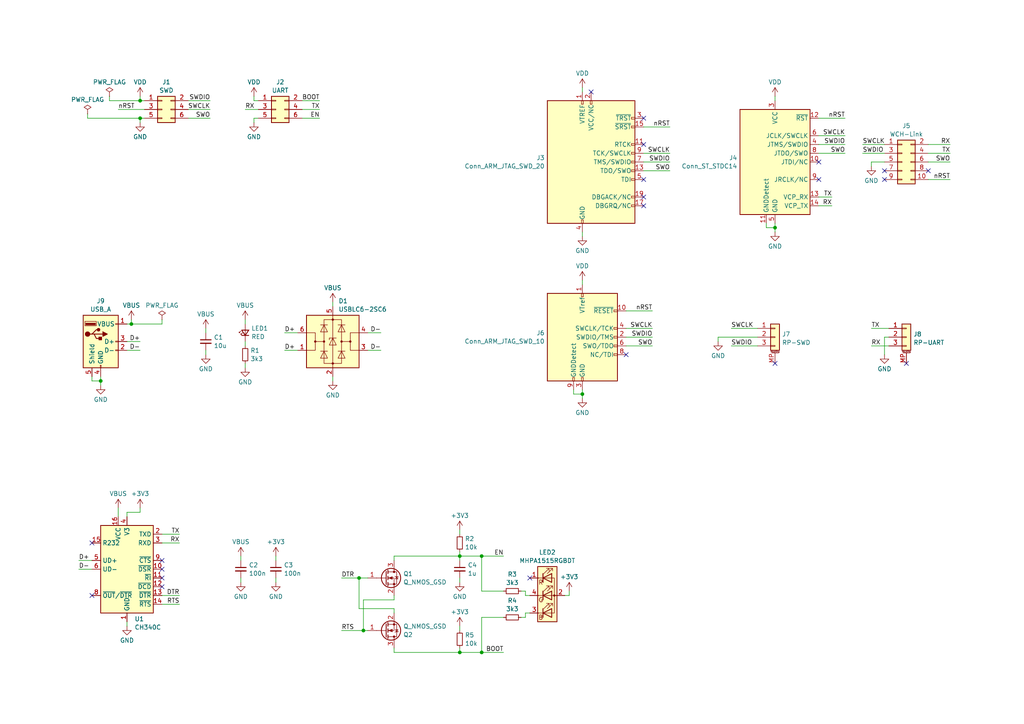
<source format=kicad_sch>
(kicad_sch (version 20230121) (generator eeschema)
  (paper "A4")
  (lib_symbols
    (symbol "Connector:Conn_ARM_JTAG_SWD_10" (pin_names (offset 1.016))
      (property "Reference" "J" (at -2.54 16.51 0))
      (property "Value" "Conn_ARM_JTAG_SWD_10" (at -2.54 13.97 0))
      (symbol "Conn_ARM_JTAG_SWD_10_0_1"
        (rectangle (start -10.16 12.7) (end 10.16 -12.7) (stroke (width 0.254)) (fill (type background)))
        (rectangle (start -2.794 -12.7) (end -2.286 -11.684))
        (rectangle (start -0.254 -12.7) (end 0.254 -11.684))
        (rectangle (start -0.254 12.7) (end 0.254 11.684))
        (rectangle (start 9.144 2.286) (end 10.16 2.794))
        (rectangle (start 10.16 -2.794) (end 9.144 -2.286))
        (rectangle (start 10.16 -0.254) (end 9.144 0.254))
        (rectangle (start 10.16 7.874) (end 9.144 7.366))
      )
      (symbol "Conn_ARM_JTAG_SWD_10_1_1"
        (rectangle (start 9.144 -5.334) (end 10.16 -4.826))
        (pin power_in line (at 0 15.24 270) (length 2.54) (name "VTref") (number "1"))
        (pin open_collector line (at 12.7 7.62 180) (length 2.54) (name "~{RESET}") (number "10"))
        (pin bidirectional line (at 12.7 0 180) (length 2.54) (name "SWDIO/TMS") (number "2"))
        (pin power_in line (at 0 -15.24 90) (length 2.54) (name "GND") (number "3"))
        (pin output line (at 12.7 2.54 180) (length 2.54) (name "SWCLK/TCK") (number "4"))
        (pin passive line (at 0 -15.24 90) (length 2.54) hide (name "GND") (number "5"))
        (pin input line (at 12.7 -2.54 180) (length 2.54) (name "SWO/TDO") (number "6"))
        (pin no_connect line (at -10.16 0 0) (length 2.54) hide (name "KEY") (number "7"))
        (pin output line (at 12.7 -5.08 180) (length 2.54) (name "NC/TDI") (number "8"))
        (pin passive line (at -2.54 -15.24 90) (length 2.54) (name "GNDDetect") (number "9"))
      )
    )
    (symbol "Connector:Conn_ARM_JTAG_SWD_20" (pin_names (offset 1.016))
      (property "Reference" "J" (at -5.08 21.59 0))
      (property "Value" "Conn_ARM_JTAG_SWD_20" (at -5.08 19.05 0))
      (symbol "Conn_ARM_JTAG_SWD_20_0_1"
        (rectangle (start -12.7 17.78) (end 12.7 -17.78) (stroke (width 0.254)) (fill (type background)))
        (rectangle (start -2.794 -17.78) (end -2.286 -16.764))
        (rectangle (start -2.794 17.78) (end -2.286 16.764))
        (rectangle (start -0.254 17.78) (end 0.254 16.764))
        (rectangle (start 11.684 2.286) (end 12.7 2.794))
        (rectangle (start 12.7 -12.446) (end 11.684 -12.954))
        (rectangle (start 12.7 -9.906) (end 11.684 -10.414))
        (rectangle (start 12.7 -2.794) (end 11.684 -2.286))
        (rectangle (start 12.7 -0.254) (end 11.684 0.254))
        (rectangle (start 12.7 4.826) (end 11.684 5.334))
        (rectangle (start 12.7 10.414) (end 11.684 9.906))
        (rectangle (start 12.7 12.954) (end 11.684 12.446))
      )
      (symbol "Conn_ARM_JTAG_SWD_20_1_1"
        (rectangle (start 11.684 -5.334) (end 12.7 -4.826))
        (pin power_in line (at -2.54 20.32 270) (length 2.54) (name "VTREF") (number "1"))
        (pin passive line (at -2.54 -20.32 90) (length 2.54) hide (name "GND") (number "10"))
        (pin input line (at 15.24 5.08 180) (length 2.54) (name "RTCK") (number "11"))
        (pin passive line (at -2.54 -20.32 90) (length 2.54) hide (name "GND") (number "12"))
        (pin input line (at 15.24 -2.54 180) (length 2.54) (name "TDO/SWO") (number "13"))
        (pin passive line (at -2.54 -20.32 90) (length 2.54) hide (name "GND") (number "14"))
        (pin bidirectional line (at 15.24 10.16 180) (length 2.54) (name "~{SRST}") (number "15"))
        (pin passive line (at -2.54 -20.32 90) (length 2.54) hide (name "GND") (number "16"))
        (pin output line (at 15.24 -12.7 180) (length 2.54) (name "DBGRQ/NC") (number "17"))
        (pin passive line (at -2.54 -20.32 90) (length 2.54) hide (name "GND") (number "18"))
        (pin input line (at 15.24 -10.16 180) (length 2.54) (name "DBGACK/NC") (number "19"))
        (pin power_in line (at 0 20.32 270) (length 2.54) (name "VCC/NC") (number "2"))
        (pin passive line (at -2.54 -20.32 90) (length 2.54) hide (name "GND") (number "20"))
        (pin output line (at 15.24 12.7 180) (length 2.54) (name "~{TRST}") (number "3"))
        (pin power_in line (at -2.54 -20.32 90) (length 2.54) (name "GND") (number "4"))
        (pin output line (at 15.24 -5.08 180) (length 2.54) (name "TDI") (number "5"))
        (pin passive line (at -2.54 -20.32 90) (length 2.54) hide (name "GND") (number "6"))
        (pin output line (at 15.24 0 180) (length 2.54) (name "TMS/SWDIO") (number "7"))
        (pin passive line (at -2.54 -20.32 90) (length 2.54) hide (name "GND") (number "8"))
        (pin output line (at 15.24 2.54 180) (length 2.54) (name "TCK/SWCLK") (number "9"))
      )
    )
    (symbol "Connector:Conn_ST_STDC14"
      (property "Reference" "J" (at -8.89 16.51 0))
      (property "Value" "Conn_ST_STDC14" (at 17.78 16.51 0))
      (symbol "Conn_ST_STDC14_0_1"
        (rectangle (start -10.16 15.24) (end 10.16 -15.24) (stroke (width 0.254)) (fill (type background)))
      )
      (symbol "Conn_ST_STDC14_1_1"
        (pin no_connect line (at -10.16 5.08 0) (length 2.54) hide (name "NC") (number "1"))
        (pin output line (at 12.7 0 180) (length 2.54) (name "JTDI/NC") (number "10"))
        (pin passive line (at -2.54 -17.78 90) (length 2.54) (name "GNDDetect") (number "11"))
        (pin open_collector line (at 12.7 12.7 180) (length 2.54) (name "~{RST}") (number "12"))
        (pin output line (at 12.7 -10.16 180) (length 2.54) (name "VCP_RX") (number "13"))
        (pin input line (at 12.7 -12.7 180) (length 2.54) (name "VCP_TX") (number "14"))
        (pin no_connect line (at -10.16 2.54 0) (length 2.54) hide (name "NC") (number "2"))
        (pin power_in line (at 0 17.78 270) (length 2.54) (name "VCC") (number "3"))
        (pin bidirectional line (at 12.7 5.08 180) (length 2.54) (name "JTMS/SWDIO") (number "4"))
        (pin power_in line (at 0 -17.78 90) (length 2.54) (name "GND") (number "5"))
        (pin output line (at 12.7 7.62 180) (length 2.54) (name "JCLK/SWCLK") (number "6"))
        (pin passive line (at 0 -17.78 90) (length 2.54) hide (name "GND") (number "7"))
        (pin input line (at 12.7 2.54 180) (length 2.54) (name "JTDO/SWO") (number "8"))
        (pin input line (at 12.7 -5.08 180) (length 2.54) (name "JRCLK/NC") (number "9"))
      )
    )
    (symbol "Connector:USB_A" (pin_names (offset 1.016))
      (property "Reference" "J" (at -5.08 11.43 0))
      (property "Value" "USB_A" (at -5.08 8.89 0))
      (symbol "USB_A_0_1"
        (rectangle (start -5.08 -7.62) (end 5.08 7.62) (stroke (width 0.254)) (fill (type background)))
        (circle (center -3.81 2.159) (radius 0.635) (stroke (width 0.254)) (fill (type outline)))
        (rectangle (start -1.524 4.826) (end -4.318 5.334) (fill (type outline)))
        (rectangle (start -1.27 4.572) (end -4.572 5.842))
        (circle (center -0.635 3.429) (radius 0.381) (stroke (width 0.254)) (fill (type outline)))
        (rectangle (start -0.127 -7.62) (end 0.127 -6.858))
        (polyline (pts (xy -3.175 2.159) (xy -2.54 2.159) (xy -1.27 3.429) (xy -0.635 3.429)) (stroke (width 0.254)))
        (polyline (pts (xy -2.54 2.159) (xy -1.905 2.159) (xy -1.27 0.889) (xy 0 0.889)) (stroke (width 0.254)))
        (polyline (pts (xy 0.635 2.794) (xy 0.635 1.524) (xy 1.905 2.159) (xy 0.635 2.794)) (stroke (width 0.254)) (fill (type outline)))
        (rectangle (start 0.254 1.27) (end -0.508 0.508) (stroke (width 0.254)) (fill (type outline)))
        (rectangle (start 5.08 -2.667) (end 4.318 -2.413))
        (rectangle (start 5.08 -0.127) (end 4.318 0.127))
        (rectangle (start 5.08 4.953) (end 4.318 5.207))
      )
      (symbol "USB_A_1_1"
        (polyline (pts (xy -1.905 2.159) (xy 0.635 2.159)) (stroke (width 0.254)))
        (pin power_in line (at 7.62 5.08 180) (length 2.54) (name "VBUS") (number "1"))
        (pin bidirectional line (at 7.62 -2.54 180) (length 2.54) (name "D-") (number "2"))
        (pin bidirectional line (at 7.62 0 180) (length 2.54) (name "D+") (number "3"))
        (pin power_in line (at 0 -10.16 90) (length 2.54) (name "GND") (number "4"))
        (pin passive line (at -2.54 -10.16 90) (length 2.54) (name "Shield") (number "5"))
      )
    )
    (symbol "Connector_Generic:Conn_02x03_Odd_Even" (pin_names (offset 1.016) hide)
      (property "Reference" "J" (at 1.27 5.08 0))
      (property "Value" "Conn_02x03_Odd_Even" (at 1.27 -5.08 0))
      (symbol "Conn_02x03_Odd_Even_1_1"
        (rectangle (start -1.27 -2.413) (end 0 -2.667) (stroke (width 0.1524)))
        (rectangle (start -1.27 0.127) (end 0 -0.127) (stroke (width 0.1524)))
        (rectangle (start -1.27 2.667) (end 0 2.413) (stroke (width 0.1524)))
        (rectangle (start -1.27 3.81) (end 3.81 -3.81) (stroke (width 0.254)) (fill (type background)))
        (rectangle (start 3.81 -2.413) (end 2.54 -2.667) (stroke (width 0.1524)))
        (rectangle (start 3.81 0.127) (end 2.54 -0.127) (stroke (width 0.1524)))
        (rectangle (start 3.81 2.667) (end 2.54 2.413) (stroke (width 0.1524)))
        (pin passive line (at -5.08 2.54 0) (length 3.81) (name "Pin_1") (number "1"))
        (pin passive line (at 7.62 2.54 180) (length 3.81) (name "Pin_2") (number "2"))
        (pin passive line (at -5.08 0 0) (length 3.81) (name "Pin_3") (number "3"))
        (pin passive line (at 7.62 0 180) (length 3.81) (name "Pin_4") (number "4"))
        (pin passive line (at -5.08 -2.54 0) (length 3.81) (name "Pin_5") (number "5"))
        (pin passive line (at 7.62 -2.54 180) (length 3.81) (name "Pin_6") (number "6"))
      )
    )
    (symbol "Connector_Generic:Conn_02x05_Odd_Even" (pin_names (offset 1.016) hide)
      (property "Reference" "J" (at 1.27 7.62 0))
      (property "Value" "Conn_02x05_Odd_Even" (at 1.27 -7.62 0))
      (symbol "Conn_02x05_Odd_Even_1_1"
        (rectangle (start -1.27 -4.953) (end 0 -5.207) (stroke (width 0.1524)))
        (rectangle (start -1.27 -2.413) (end 0 -2.667) (stroke (width 0.1524)))
        (rectangle (start -1.27 0.127) (end 0 -0.127) (stroke (width 0.1524)))
        (rectangle (start -1.27 2.667) (end 0 2.413) (stroke (width 0.1524)))
        (rectangle (start -1.27 5.207) (end 0 4.953) (stroke (width 0.1524)))
        (rectangle (start -1.27 6.35) (end 3.81 -6.35) (stroke (width 0.254)) (fill (type background)))
        (rectangle (start 3.81 -4.953) (end 2.54 -5.207) (stroke (width 0.1524)))
        (rectangle (start 3.81 -2.413) (end 2.54 -2.667) (stroke (width 0.1524)))
        (rectangle (start 3.81 0.127) (end 2.54 -0.127) (stroke (width 0.1524)))
        (rectangle (start 3.81 2.667) (end 2.54 2.413) (stroke (width 0.1524)))
        (rectangle (start 3.81 5.207) (end 2.54 4.953) (stroke (width 0.1524)))
        (pin passive line (at -5.08 5.08 0) (length 3.81) (name "Pin_1") (number "1"))
        (pin passive line (at 7.62 -5.08 180) (length 3.81) (name "Pin_10") (number "10"))
        (pin passive line (at 7.62 5.08 180) (length 3.81) (name "Pin_2") (number "2"))
        (pin passive line (at -5.08 2.54 0) (length 3.81) (name "Pin_3") (number "3"))
        (pin passive line (at 7.62 2.54 180) (length 3.81) (name "Pin_4") (number "4"))
        (pin passive line (at -5.08 0 0) (length 3.81) (name "Pin_5") (number "5"))
        (pin passive line (at 7.62 0 180) (length 3.81) (name "Pin_6") (number "6"))
        (pin passive line (at -5.08 -2.54 0) (length 3.81) (name "Pin_7") (number "7"))
        (pin passive line (at 7.62 -2.54 180) (length 3.81) (name "Pin_8") (number "8"))
        (pin passive line (at -5.08 -5.08 0) (length 3.81) (name "Pin_9") (number "9"))
      )
    )
    (symbol "Connector_Generic_MountingPin:Conn_01x03_MountingPin" (pin_names (offset 1.016) hide)
      (property "Reference" "J" (at 0 5.08 0))
      (property "Value" "Conn_01x03_MountingPin" (at 1.27 -5.08 0))
      (symbol "Conn_01x03_MountingPin_1_1"
        (rectangle (start -1.27 -2.413) (end 0 -2.667) (stroke (width 0.1524)))
        (rectangle (start -1.27 0.127) (end 0 -0.127) (stroke (width 0.1524)))
        (rectangle (start -1.27 2.667) (end 0 2.413) (stroke (width 0.1524)))
        (rectangle (start -1.27 3.81) (end 1.27 -3.81) (stroke (width 0.254)) (fill (type background)))
        (polyline (pts (xy -1.016 -4.572) (xy 1.016 -4.572)) (stroke (width 0.1524)))
        (text "Mounting" (at 0 -4.191 0) (effects (font (size 0.381 0.381))))
        (pin passive line (at -5.08 2.54 0) (length 3.81) (name "Pin_1") (number "1"))
        (pin passive line (at -5.08 0 0) (length 3.81) (name "Pin_2") (number "2"))
        (pin passive line (at -5.08 -2.54 0) (length 3.81) (name "Pin_3") (number "3"))
        (pin passive line (at 0 -7.62 90) (length 3.048) (name "MountPin") (number "MP"))
      )
    )
    (symbol "Device:C_Small" (pin_numbers hide) (pin_names (offset 0.254) hide)
      (property "Reference" "C" (at 0.254 1.778 0))
      (property "Value" "C_Small" (at 0.254 -2.032 0))
      (symbol "C_Small_0_1"
        (polyline (pts (xy -1.524 -0.508) (xy 1.524 -0.508)) (stroke (width 0.3302)))
        (polyline (pts (xy -1.524 0.508) (xy 1.524 0.508)) (stroke (width 0.3048)))
      )
      (symbol "C_Small_1_1"
        (pin passive line (at 0 2.54 270) (length 2.032) (name "~") (number "1"))
        (pin passive line (at 0 -2.54 90) (length 2.032) (name "~") (number "2"))
      )
    )
    (symbol "Device:LED_RABG" (pin_names (offset 0) hide)
      (property "Reference" "D" (at 0 9.398 0))
      (property "Value" "LED_RABG" (at 0 -8.89 0))
      (symbol "LED_RABG_0_0"
        (text "B" (at -1.905 -6.35 0) (effects (font (size 1.27 1.27))))
        (text "G" (at -1.905 -1.27 0) (effects (font (size 1.27 1.27))))
        (text "R" (at -1.905 3.81 0) (effects (font (size 1.27 1.27))))
      )
      (symbol "LED_RABG_0_1"
        (polyline (pts (xy -1.27 -5.08) (xy -2.54 -5.08)))
        (polyline (pts (xy -1.27 -5.08) (xy 1.27 -5.08)))
        (polyline (pts (xy -1.27 -3.81) (xy -1.27 -6.35)) (stroke (width 0.254)))
        (polyline (pts (xy -1.27 0) (xy -2.54 0)))
        (polyline (pts (xy -1.27 1.27) (xy -1.27 -1.27)) (stroke (width 0.254)))
        (polyline (pts (xy -1.27 5.08) (xy -2.54 5.08)))
        (polyline (pts (xy -1.27 5.08) (xy 1.27 5.08)))
        (polyline (pts (xy -1.27 6.35) (xy -1.27 3.81)) (stroke (width 0.254)))
        (polyline (pts (xy 1.27 0) (xy -1.27 0)))
        (polyline (pts (xy 1.27 0) (xy 2.54 0)))
        (polyline (pts (xy -1.27 1.27) (xy -1.27 -1.27) (xy -1.27 -1.27)))
        (polyline (pts (xy -1.27 6.35) (xy -1.27 3.81) (xy -1.27 3.81)))
        (polyline (pts (xy 1.27 -5.08) (xy 2.032 -5.08) (xy 2.032 5.08) (xy 1.27 5.08)))
        (polyline (pts (xy 1.27 -3.81) (xy 1.27 -6.35) (xy -1.27 -5.08) (xy 1.27 -3.81)) (stroke (width 0.254)))
        (polyline (pts (xy 1.27 1.27) (xy 1.27 -1.27) (xy -1.27 0) (xy 1.27 1.27)) (stroke (width 0.254)))
        (polyline (pts (xy 1.27 6.35) (xy 1.27 3.81) (xy -1.27 5.08) (xy 1.27 6.35)) (stroke (width 0.254)))
        (polyline (pts (xy -1.016 -3.81) (xy 0.508 -2.286) (xy -0.254 -2.286) (xy 0.508 -2.286) (xy 0.508 -3.048)))
        (polyline (pts (xy -1.016 1.27) (xy 0.508 2.794) (xy -0.254 2.794) (xy 0.508 2.794) (xy 0.508 2.032)))
        (polyline (pts (xy -1.016 6.35) (xy 0.508 7.874) (xy -0.254 7.874) (xy 0.508 7.874) (xy 0.508 7.112)))
        (polyline (pts (xy 0 -3.81) (xy 1.524 -2.286) (xy 0.762 -2.286) (xy 1.524 -2.286) (xy 1.524 -3.048)))
        (polyline (pts (xy 0 1.27) (xy 1.524 2.794) (xy 0.762 2.794) (xy 1.524 2.794) (xy 1.524 2.032)))
        (polyline (pts (xy 0 6.35) (xy 1.524 7.874) (xy 0.762 7.874) (xy 1.524 7.874) (xy 1.524 7.112)))
        (rectangle (start 1.27 -1.27) (end 1.27 1.27))
        (rectangle (start 1.27 1.27) (end 1.27 1.27))
        (rectangle (start 1.27 3.81) (end 1.27 6.35))
        (rectangle (start 1.27 6.35) (end 1.27 6.35))
        (circle (center 2.032 0) (radius 0.254) (fill (type outline)))
        (rectangle (start 2.794 8.382) (end -2.794 -7.62) (stroke (width 0.254)) (fill (type background)))
      )
      (symbol "LED_RABG_1_1"
        (pin passive line (at -5.08 5.08 0) (length 2.54) (name "RK") (number "1"))
        (pin passive line (at 5.08 0 180) (length 2.54) (name "A") (number "2"))
        (pin passive line (at -5.08 -5.08 0) (length 2.54) (name "BK") (number "3"))
        (pin passive line (at -5.08 0 0) (length 2.54) (name "GK") (number "4"))
      )
    )
    (symbol "Device:LED_Small" (pin_numbers hide) (pin_names (offset 0.254) hide)
      (property "Reference" "D" (at -1.27 3.175 0))
      (property "Value" "LED_Small" (at -4.445 -2.54 0))
      (symbol "LED_Small_0_1"
        (polyline (pts (xy -0.762 -1.016) (xy -0.762 1.016)) (stroke (width 0.254)))
        (polyline (pts (xy 1.016 0) (xy -0.762 0)))
        (polyline (pts (xy 0.762 -1.016) (xy -0.762 0) (xy 0.762 1.016) (xy 0.762 -1.016)) (stroke (width 0.254)))
        (polyline (pts (xy 0 0.762) (xy -0.508 1.27) (xy -0.254 1.27) (xy -0.508 1.27) (xy -0.508 1.016)))
        (polyline (pts (xy 0.508 1.27) (xy 0 1.778) (xy 0.254 1.778) (xy 0 1.778) (xy 0 1.524)))
      )
      (symbol "LED_Small_1_1"
        (pin passive line (at -2.54 0 0) (length 1.778) (name "K") (number "1"))
        (pin passive line (at 2.54 0 180) (length 1.778) (name "A") (number "2"))
      )
    )
    (symbol "Device:Q_NMOS_GSD" (pin_names (offset 0) hide)
      (property "Reference" "Q" (at 5.08 1.27 0))
      (property "Value" "Q_NMOS_GSD" (at 5.08 -1.27 0))
      (symbol "Q_NMOS_GSD_0_1"
        (polyline (pts (xy 0.254 0) (xy -2.54 0)))
        (polyline (pts (xy 0.254 1.905) (xy 0.254 -1.905)) (stroke (width 0.254)))
        (polyline (pts (xy 0.762 -1.27) (xy 0.762 -2.286)) (stroke (width 0.254)))
        (polyline (pts (xy 0.762 0.508) (xy 0.762 -0.508)) (stroke (width 0.254)))
        (polyline (pts (xy 0.762 2.286) (xy 0.762 1.27)) (stroke (width 0.254)))
        (polyline (pts (xy 2.54 2.54) (xy 2.54 1.778)))
        (polyline (pts (xy 2.54 -2.54) (xy 2.54 0) (xy 0.762 0)))
        (polyline (pts (xy 0.762 -1.778) (xy 3.302 -1.778) (xy 3.302 1.778) (xy 0.762 1.778)))
        (polyline (pts (xy 1.016 0) (xy 2.032 0.381) (xy 2.032 -0.381) (xy 1.016 0)) (fill (type outline)))
        (polyline (pts (xy 2.794 0.508) (xy 2.921 0.381) (xy 3.683 0.381) (xy 3.81 0.254)))
        (polyline (pts (xy 3.302 0.381) (xy 2.921 -0.254) (xy 3.683 -0.254) (xy 3.302 0.381)))
        (circle (center 1.651 0) (radius 2.794) (stroke (width 0.254)))
        (circle (center 2.54 -1.778) (radius 0.254) (fill (type outline)))
        (circle (center 2.54 1.778) (radius 0.254) (fill (type outline)))
      )
      (symbol "Q_NMOS_GSD_1_1"
        (pin input line (at -5.08 0 0) (length 2.54) (name "G") (number "1"))
        (pin passive line (at 2.54 -5.08 90) (length 2.54) (name "S") (number "2"))
        (pin passive line (at 2.54 5.08 270) (length 2.54) (name "D") (number "3"))
      )
    )
    (symbol "Device:R_Small" (pin_numbers hide) (pin_names (offset 0.254) hide)
      (property "Reference" "R" (at 0.762 0.508 0))
      (property "Value" "R_Small" (at 0.762 -1.016 0))
      (symbol "R_Small_0_1"
        (rectangle (start -0.762 1.778) (end 0.762 -1.778) (stroke (width 0.2032)))
      )
      (symbol "R_Small_1_1"
        (pin passive line (at 0 2.54 270) (length 0.762) (name "~") (number "1"))
        (pin passive line (at 0 -2.54 90) (length 0.762) (name "~") (number "2"))
      )
    )
    (symbol "Interface_USB:CH340C"
      (property "Reference" "U" (at -5.08 13.97 0))
      (property "Value" "CH340C" (at 1.27 13.97 0))
      (symbol "CH340C_0_1"
        (rectangle (start -7.62 12.7) (end 7.62 -12.7) (stroke (width 0.254)) (fill (type background)))
      )
      (symbol "CH340C_1_1"
        (pin power_in line (at 0 -15.24 90) (length 2.54) (name "GND") (number "1"))
        (pin input line (at 10.16 0 180) (length 2.54) (name "~{DSR}") (number "10"))
        (pin input line (at 10.16 -2.54 180) (length 2.54) (name "~{RI}") (number "11"))
        (pin input line (at 10.16 -5.08 180) (length 2.54) (name "~{DCD}") (number "12"))
        (pin output line (at 10.16 -7.62 180) (length 2.54) (name "~{DTR}") (number "13"))
        (pin output line (at 10.16 -10.16 180) (length 2.54) (name "~{RTS}") (number "14"))
        (pin input line (at -10.16 7.62 0) (length 2.54) (name "R232") (number "15"))
        (pin power_in line (at -2.54 15.24 270) (length 2.54) (name "VCC") (number "16"))
        (pin output line (at 10.16 10.16 180) (length 2.54) (name "TXD") (number "2"))
        (pin input line (at 10.16 7.62 180) (length 2.54) (name "RXD") (number "3"))
        (pin power_out line (at 0 15.24 270) (length 2.54) (name "V3") (number "4"))
        (pin bidirectional line (at -10.16 2.54 0) (length 2.54) (name "UD+") (number "5"))
        (pin bidirectional line (at -10.16 0 0) (length 2.54) (name "UD-") (number "6"))
        (pin no_connect line (at -7.62 -5.08 0) (length 2.54) hide (name "NC") (number "7"))
        (pin output line (at -10.16 -7.62 0) (length 2.54) (name "~{OUT}/~{DTR}") (number "8"))
        (pin input line (at 10.16 2.54 180) (length 2.54) (name "~{CTS}") (number "9"))
      )
    )
    (symbol "Power_Protection:USBLC6-2SC6" (pin_names hide)
      (property "Reference" "U" (at 2.54 8.89 0))
      (property "Value" "USBLC6-2SC6" (at 2.54 -8.89 0))
      (symbol "USBLC6-2SC6_0_1"
        (rectangle (start -7.62 -7.62) (end 7.62 7.62) (stroke (width 0.254)) (fill (type background)))
        (circle (center -5.08 0) (radius 0.254) (fill (type outline)))
        (circle (center -2.54 0) (radius 0.254) (fill (type outline)))
        (rectangle (start -2.54 6.35) (end 2.54 -6.35))
        (circle (center 0 -6.35) (radius 0.254) (fill (type outline)))
        (polyline (pts (xy -5.08 -2.54) (xy -7.62 -2.54)))
        (polyline (pts (xy -5.08 0) (xy -5.08 -2.54)))
        (polyline (pts (xy -5.08 2.54) (xy -7.62 2.54)))
        (polyline (pts (xy -1.524 -2.794) (xy -3.556 -2.794)))
        (polyline (pts (xy -1.524 4.826) (xy -3.556 4.826)))
        (polyline (pts (xy 0 -7.62) (xy 0 -6.35)))
        (polyline (pts (xy 0 -6.35) (xy 0 1.27)))
        (polyline (pts (xy 0 1.27) (xy 0 6.35)))
        (polyline (pts (xy 0 6.35) (xy 0 7.62)))
        (polyline (pts (xy 1.524 -2.794) (xy 3.556 -2.794)))
        (polyline (pts (xy 1.524 4.826) (xy 3.556 4.826)))
        (polyline (pts (xy 5.08 -2.54) (xy 7.62 -2.54)))
        (polyline (pts (xy 5.08 0) (xy 5.08 -2.54)))
        (polyline (pts (xy 5.08 2.54) (xy 7.62 2.54)))
        (polyline (pts (xy -2.54 0) (xy -5.08 0) (xy -5.08 2.54)))
        (polyline (pts (xy 2.54 0) (xy 5.08 0) (xy 5.08 2.54)))
        (polyline (pts (xy -3.556 -4.826) (xy -1.524 -4.826) (xy -2.54 -2.794) (xy -3.556 -4.826)))
        (polyline (pts (xy -3.556 2.794) (xy -1.524 2.794) (xy -2.54 4.826) (xy -3.556 2.794)))
        (polyline (pts (xy -1.016 -1.016) (xy 1.016 -1.016) (xy 0 1.016) (xy -1.016 -1.016)))
        (polyline (pts (xy 1.016 1.016) (xy 0.762 1.016) (xy -1.016 1.016) (xy -1.016 0.508)))
        (polyline (pts (xy 3.556 -4.826) (xy 1.524 -4.826) (xy 2.54 -2.794) (xy 3.556 -4.826)))
        (polyline (pts (xy 3.556 2.794) (xy 1.524 2.794) (xy 2.54 4.826) (xy 3.556 2.794)))
        (circle (center 0 6.35) (radius 0.254) (fill (type outline)))
        (circle (center 2.54 0) (radius 0.254) (fill (type outline)))
        (circle (center 5.08 0) (radius 0.254) (fill (type outline)))
      )
      (symbol "USBLC6-2SC6_1_1"
        (pin passive line (at -10.16 -2.54 0) (length 2.54) (name "I/O1") (number "1"))
        (pin passive line (at 0 -10.16 90) (length 2.54) (name "GND") (number "2"))
        (pin passive line (at 10.16 -2.54 180) (length 2.54) (name "I/O2") (number "3"))
        (pin passive line (at 10.16 2.54 180) (length 2.54) (name "I/O2") (number "4"))
        (pin passive line (at 0 10.16 270) (length 2.54) (name "VBUS") (number "5"))
        (pin passive line (at -10.16 2.54 0) (length 2.54) (name "I/O1") (number "6"))
      )
    )
    (symbol "power:+3V3" (power) (pin_names (offset 0))
      (property "Value" "+3V3" (at 0 3.556 0))
      (symbol "+3V3_0_1"
        (polyline (pts (xy -0.762 1.27) (xy 0 2.54)))
        (polyline (pts (xy 0 0) (xy 0 2.54)))
        (polyline (pts (xy 0 2.54) (xy 0.762 1.27)))
      )
      (symbol "+3V3_1_1"
        (pin power_in line (at 0 0 90) (length 0) hide (name "+3V3") (number "1"))
      )
    )
    (symbol "power:GND" (power) (pin_names (offset 0))
      (property "Value" "GND" (at 0 -3.81 0))
      (symbol "GND_0_1"
        (polyline (pts (xy 0 0) (xy 0 -1.27) (xy 1.27 -1.27) (xy 0 -2.54) (xy -1.27 -1.27) (xy 0 -1.27)))
      )
      (symbol "GND_1_1"
        (pin power_in line (at 0 0 270) (length 0) hide (name "GND") (number "1"))
      )
    )
    (symbol "power:PWR_FLAG" (power) (pin_numbers hide) (pin_names (offset 0) hide)
      (property "Value" "PWR_FLAG" (at 0 3.81 0))
      (symbol "PWR_FLAG_0_0"
        (pin power_out line (at 0 0 90) (length 0) (name "pwr") (number "1"))
      )
      (symbol "PWR_FLAG_0_1"
        (polyline (pts (xy 0 0) (xy 0 1.27) (xy -1.016 1.905) (xy 0 2.54) (xy 1.016 1.905) (xy 0 1.27)))
      )
    )
    (symbol "power:VBUS" (power) (pin_names (offset 0))
      (property "Value" "VBUS" (at 0 3.81 0))
      (symbol "VBUS_0_1"
        (polyline (pts (xy -0.762 1.27) (xy 0 2.54)))
        (polyline (pts (xy 0 0) (xy 0 2.54)))
        (polyline (pts (xy 0 2.54) (xy 0.762 1.27)))
      )
      (symbol "VBUS_1_1"
        (pin power_in line (at 0 0 90) (length 0) hide (name "VBUS") (number "1"))
      )
    )
    (symbol "power:VDD" (power) (pin_names (offset 0))
      (property "Value" "VDD" (at 0 3.81 0))
      (symbol "VDD_0_1"
        (polyline (pts (xy -0.762 1.27) (xy 0 2.54)))
        (polyline (pts (xy 0 0) (xy 0 2.54)))
        (polyline (pts (xy 0 2.54) (xy 0.762 1.27)))
      )
      (symbol "VDD_1_1"
        (pin power_in line (at 0 0 90) (length 0) hide (name "VDD") (number "1"))
      )
    )
  )
  (junction (at 224.79 66.04))
  (junction (at 29.21 110.49))
  (junction (at 168.91 114.3))
  (junction (at 133.35 161.29))
  (junction (at 40.64 34.29))
  (junction (at 104.14 167.64))
  (junction (at 139.7 161.29))
  (junction (at 105.41 182.88))
  (junction (at 38.1 93.98))
  (junction (at 40.64 29.21))
  (junction (at 133.35 189.23))
  (junction (at 139.7 189.23))
  (no_connect (at 153.67 167.64))
  (no_connect (at 256.54 49.53))
  (no_connect (at 186.69 57.15))
  (no_connect (at 262.89 105.41))
  (no_connect (at 181.61 102.87))
  (no_connect (at 186.69 34.29))
  (no_connect (at 186.69 59.69))
  (no_connect (at 256.54 52.07))
  (no_connect (at 186.69 41.91))
  (no_connect (at 237.49 46.99))
  (no_connect (at 46.99 170.18))
  (no_connect (at 26.67 157.48))
  (no_connect (at 224.79 105.41))
  (no_connect (at 46.99 165.1))
  (no_connect (at 46.99 167.64))
  (no_connect (at 269.24 49.53))
  (no_connect (at 46.99 162.56))
  (no_connect (at 237.49 52.07))
  (no_connect (at 26.67 172.72))
  (no_connect (at 171.45 26.67))
  (no_connect (at 186.69 52.07))
  (wire (pts (xy 96.52 109.22) (xy 96.52 110.49)))
  (wire (pts (xy 59.69 101.6) (xy 59.69 102.87)))
  (wire (pts (xy 181.61 100.33) (xy 189.23 100.33)))
  (wire (pts (xy 269.24 46.99) (xy 275.59 46.99)))
  (wire (pts (xy 237.49 59.69) (xy 241.3 59.69)))
  (wire (pts (xy 38.1 92.71) (xy 38.1 93.98)))
  (wire (pts (xy 237.49 34.29) (xy 245.11 34.29)))
  (wire (pts (xy 22.86 162.56) (xy 26.67 162.56)))
  (wire (pts (xy 73.66 29.21) (xy 74.93 29.21)))
  (wire (pts (xy 139.7 161.29) (xy 146.05 161.29)))
  (wire (pts (xy 237.49 44.45) (xy 245.11 44.45)))
  (wire (pts (xy 36.83 99.06) (xy 40.64 99.06)))
  (wire (pts (xy 133.35 160.02) (xy 133.35 161.29)))
  (wire (pts (xy 222.25 64.77) (xy 222.25 66.04)))
  (wire (pts (xy 71.12 31.75) (xy 74.93 31.75)))
  (wire (pts (xy 82.55 101.6) (xy 86.36 101.6)))
  (wire (pts (xy 146.05 171.45) (xy 139.7 171.45)))
  (wire (pts (xy 36.83 180.34) (xy 36.83 181.61)))
  (wire (pts (xy 208.28 97.79) (xy 219.71 97.79)))
  (wire (pts (xy 181.61 97.79) (xy 189.23 97.79)))
  (wire (pts (xy 114.3 173.99) (xy 114.3 172.72)))
  (wire (pts (xy 166.37 113.03) (xy 166.37 114.3)))
  (wire (pts (xy 36.83 101.6) (xy 40.64 101.6)))
  (wire (pts (xy 71.12 99.06) (xy 71.12 100.33)))
  (wire (pts (xy 165.1 171.45) (xy 165.1 172.72)))
  (wire (pts (xy 106.68 101.6) (xy 110.49 101.6)))
  (wire (pts (xy 237.49 41.91) (xy 245.11 41.91)))
  (wire (pts (xy 181.61 95.25) (xy 189.23 95.25)))
  (wire (pts (xy 151.13 179.07) (xy 152.4 179.07)))
  (wire (pts (xy 38.1 93.98) (xy 46.99 93.98)))
  (wire (pts (xy 46.99 92.71) (xy 46.99 93.98)))
  (wire (pts (xy 29.21 110.49) (xy 29.21 111.76)))
  (wire (pts (xy 38.1 93.98) (xy 36.83 93.98)))
  (wire (pts (xy 46.99 157.48) (xy 52.07 157.48)))
  (wire (pts (xy 252.73 95.25) (xy 257.81 95.25)))
  (wire (pts (xy 73.66 34.29) (xy 74.93 34.29)))
  (wire (pts (xy 186.69 44.45) (xy 194.31 44.45)))
  (wire (pts (xy 105.41 173.99) (xy 114.3 173.99)))
  (wire (pts (xy 71.12 92.71) (xy 71.12 93.98)))
  (wire (pts (xy 212.09 100.33) (xy 219.71 100.33)))
  (wire (pts (xy 208.28 99.06) (xy 208.28 97.79)))
  (wire (pts (xy 252.73 100.33) (xy 257.81 100.33)))
  (wire (pts (xy 54.61 29.21) (xy 60.96 29.21)))
  (wire (pts (xy 166.37 114.3) (xy 168.91 114.3)))
  (wire (pts (xy 224.79 66.04) (xy 224.79 67.31)))
  (wire (pts (xy 87.63 34.29) (xy 92.71 34.29)))
  (wire (pts (xy 25.4 33.02) (xy 25.4 34.29)))
  (wire (pts (xy 73.66 35.56) (xy 73.66 34.29)))
  (wire (pts (xy 59.69 95.25) (xy 59.69 96.52)))
  (wire (pts (xy 106.68 96.52) (xy 110.49 96.52)))
  (wire (pts (xy 36.83 148.59) (xy 40.64 148.59)))
  (wire (pts (xy 25.4 34.29) (xy 40.64 34.29)))
  (wire (pts (xy 256.54 97.79) (xy 257.81 97.79)))
  (wire (pts (xy 133.35 153.67) (xy 133.35 154.94)))
  (wire (pts (xy 105.41 182.88) (xy 105.41 173.99)))
  (wire (pts (xy 73.66 27.94) (xy 73.66 29.21)))
  (wire (pts (xy 252.73 46.99) (xy 256.54 46.99)))
  (wire (pts (xy 133.35 167.64) (xy 133.35 168.91)))
  (wire (pts (xy 106.68 182.88) (xy 105.41 182.88)))
  (wire (pts (xy 152.4 172.72) (xy 152.4 171.45)))
  (wire (pts (xy 114.3 162.56) (xy 114.3 161.29)))
  (wire (pts (xy 80.01 167.64) (xy 80.01 168.91)))
  (wire (pts (xy 114.3 187.96) (xy 114.3 189.23)))
  (wire (pts (xy 168.91 25.4) (xy 168.91 26.67)))
  (wire (pts (xy 186.69 46.99) (xy 194.31 46.99)))
  (wire (pts (xy 96.52 87.63) (xy 96.52 88.9)))
  (wire (pts (xy 250.19 44.45) (xy 256.54 44.45)))
  (wire (pts (xy 133.35 187.96) (xy 133.35 189.23)))
  (wire (pts (xy 71.12 105.41) (xy 71.12 106.68)))
  (wire (pts (xy 133.35 189.23) (xy 139.7 189.23)))
  (wire (pts (xy 152.4 177.8) (xy 152.4 179.07)))
  (wire (pts (xy 31.75 27.94) (xy 31.75 29.21)))
  (wire (pts (xy 133.35 161.29) (xy 133.35 162.56)))
  (wire (pts (xy 153.67 177.8) (xy 152.4 177.8)))
  (wire (pts (xy 87.63 31.75) (xy 92.71 31.75)))
  (wire (pts (xy 40.64 34.29) (xy 40.64 35.56)))
  (wire (pts (xy 168.91 81.28) (xy 168.91 82.55)))
  (wire (pts (xy 152.4 171.45) (xy 151.13 171.45)))
  (wire (pts (xy 54.61 34.29) (xy 60.96 34.29)))
  (wire (pts (xy 46.99 172.72) (xy 52.07 172.72)))
  (wire (pts (xy 80.01 161.29) (xy 80.01 162.56)))
  (wire (pts (xy 69.85 161.29) (xy 69.85 162.56)))
  (wire (pts (xy 269.24 52.07) (xy 275.59 52.07)))
  (wire (pts (xy 222.25 66.04) (xy 224.79 66.04)))
  (wire (pts (xy 168.91 114.3) (xy 168.91 115.57)))
  (wire (pts (xy 153.67 172.72) (xy 152.4 172.72)))
  (wire (pts (xy 29.21 109.22) (xy 29.21 110.49)))
  (wire (pts (xy 146.05 179.07) (xy 139.7 179.07)))
  (wire (pts (xy 69.85 167.64) (xy 69.85 168.91)))
  (wire (pts (xy 133.35 161.29) (xy 139.7 161.29)))
  (wire (pts (xy 139.7 161.29) (xy 139.7 171.45)))
  (wire (pts (xy 87.63 29.21) (xy 92.71 29.21)))
  (wire (pts (xy 186.69 36.83) (xy 194.31 36.83)))
  (wire (pts (xy 250.19 41.91) (xy 256.54 41.91)))
  (wire (pts (xy 237.49 39.37) (xy 245.11 39.37)))
  (wire (pts (xy 114.3 176.53) (xy 104.14 176.53)))
  (wire (pts (xy 40.64 27.94) (xy 40.64 29.21)))
  (wire (pts (xy 26.67 110.49) (xy 29.21 110.49)))
  (wire (pts (xy 168.91 67.31) (xy 168.91 68.58)))
  (wire (pts (xy 168.91 113.03) (xy 168.91 114.3)))
  (wire (pts (xy 46.99 175.26) (xy 52.07 175.26)))
  (wire (pts (xy 237.49 57.15) (xy 241.3 57.15)))
  (wire (pts (xy 224.79 27.94) (xy 224.79 29.21)))
  (wire (pts (xy 114.3 161.29) (xy 133.35 161.29)))
  (wire (pts (xy 139.7 189.23) (xy 146.05 189.23)))
  (wire (pts (xy 114.3 189.23) (xy 133.35 189.23)))
  (wire (pts (xy 22.86 165.1) (xy 26.67 165.1)))
  (wire (pts (xy 133.35 181.61) (xy 133.35 182.88)))
  (wire (pts (xy 99.06 182.88) (xy 105.41 182.88)))
  (wire (pts (xy 212.09 95.25) (xy 219.71 95.25)))
  (wire (pts (xy 104.14 176.53) (xy 104.14 167.64)))
  (wire (pts (xy 269.24 44.45) (xy 275.59 44.45)))
  (wire (pts (xy 252.73 48.26) (xy 252.73 46.99)))
  (wire (pts (xy 36.83 149.86) (xy 36.83 148.59)))
  (wire (pts (xy 40.64 29.21) (xy 41.91 29.21)))
  (wire (pts (xy 104.14 167.64) (xy 106.68 167.64)))
  (wire (pts (xy 31.75 29.21) (xy 40.64 29.21)))
  (wire (pts (xy 181.61 90.17) (xy 189.23 90.17)))
  (wire (pts (xy 54.61 31.75) (xy 60.96 31.75)))
  (wire (pts (xy 256.54 102.87) (xy 256.54 97.79)))
  (wire (pts (xy 139.7 179.07) (xy 139.7 189.23)))
  (wire (pts (xy 114.3 177.8) (xy 114.3 176.53)))
  (wire (pts (xy 269.24 41.91) (xy 275.59 41.91)))
  (wire (pts (xy 165.1 172.72) (xy 163.83 172.72)))
  (wire (pts (xy 82.55 96.52) (xy 86.36 96.52)))
  (wire (pts (xy 34.29 31.75) (xy 41.91 31.75)))
  (wire (pts (xy 34.29 147.32) (xy 34.29 149.86)))
  (wire (pts (xy 186.69 49.53) (xy 194.31 49.53)))
  (wire (pts (xy 224.79 64.77) (xy 224.79 66.04)))
  (wire (pts (xy 40.64 147.32) (xy 40.64 148.59)))
  (wire (pts (xy 40.64 34.29) (xy 41.91 34.29)))
  (wire (pts (xy 26.67 109.22) (xy 26.67 110.49)))
  (wire (pts (xy 99.06 167.64) (xy 104.14 167.64)))
  (wire (pts (xy 46.99 154.94) (xy 52.07 154.94)))
  (label "SWO" (at 245.11 44.45 180))
  (label "SWCLK" (at 60.96 31.75 180))
  (label "EN" (at 92.71 34.29 180))
  (label "D+" (at 82.55 96.52 0))
  (label "TX" (at 92.71 31.75 180))
  (label "TX" (at 252.73 95.25 0))
  (label "SWDIO" (at 189.23 97.79 180))
  (label "RX" (at 241.3 59.69 180))
  (label "D-" (at 110.49 101.6 180))
  (label "TX" (at 52.07 154.94 180))
  (label "RTS" (at 99.06 182.88 0))
  (label "SWO" (at 189.23 100.33 180))
  (label "nRST" (at 245.11 34.29 180))
  (label "BOOT" (at 146.05 189.23 180))
  (label "D-" (at 110.49 96.52 180))
  (label "BOOT" (at 92.71 29.21 180))
  (label "RX" (at 71.12 31.75 0))
  (label "SWCLK" (at 212.09 95.25 0))
  (label "SWCLK" (at 245.11 39.37 180))
  (label "TX" (at 275.59 44.45 180))
  (label "SWDIO" (at 194.31 46.99 180))
  (label "RX" (at 252.73 100.33 0))
  (label "SWDIO" (at 250.19 44.45 0))
  (label "SWO" (at 275.59 46.99 180))
  (label "RTS" (at 52.07 175.26 180))
  (label "EN" (at 146.05 161.29 180))
  (label "TX" (at 241.3 57.15 180))
  (label "DTR" (at 52.07 172.72 180))
  (label "RX" (at 275.59 41.91 180))
  (label "D+" (at 22.86 162.56 0))
  (label "nRST" (at 194.31 36.83 180))
  (label "D+" (at 82.55 101.6 0))
  (label "DTR" (at 99.06 167.64 0))
  (label "SWO" (at 60.96 34.29 180))
  (label "SWCLK" (at 250.19 41.91 0))
  (label "SWO" (at 194.31 49.53 180))
  (label "SWCLK" (at 189.23 95.25 180))
  (label "RX" (at 52.07 157.48 180))
  (label "nRST" (at 189.23 90.17 180))
  (label "D-" (at 22.86 165.1 0))
  (label "nRST" (at 34.29 31.75 0))
  (label "D-" (at 40.64 101.6 180))
  (label "D+" (at 40.64 99.06 180))
  (label "nRST" (at 275.59 52.07 180))
  (label "SWDIO" (at 245.11 41.91 180))
  (label "SWCLK" (at 194.31 44.45 180))
  (label "SWDIO" (at 212.09 100.33 0))
  (label "SWDIO" (at 60.96 29.21 180))
  (symbol (lib_id "power:GND") (at 71.12 106.68 0) (unit 1)
    (property "Reference" "#PWR018" (effects hide))
    (property "Value" "GND" (at 71.12 110.8131 0))
  )
  (symbol (lib_id "power:+3V3") (at 80.01 161.29 0) (unit 1)
    (property "Reference" "#PWR026" (effects hide))
    (property "Value" "+3V3" (at 80.01 157.1569 0))
  )
  (symbol (lib_id "power:VBUS") (at 71.12 92.71 0) (unit 1)
    (property "Reference" "#PWR013" (effects hide))
    (property "Value" "VBUS" (at 71.12 88.5769 0))
  )
  (symbol (lib_id "power:VBUS") (at 34.29 147.32 0) (unit 1)
    (property "Reference" "#PWR022" (effects hide))
    (property "Value" "VBUS" (at 34.29 143.1869 0))
  )
  (symbol (lib_id "power:VDD") (at 168.91 25.4 0) (unit 1)
    (property "Reference" "#PWR01" (effects hide))
    (property "Value" "VDD" (at 168.91 21.2669 0))
  )
  (symbol (lib_id "power:VDD") (at 73.66 27.94 0) (unit 1)
    (property "Reference" "#PWR03" (effects hide))
    (property "Value" "VDD" (at 73.66 23.8069 0))
  )
  (symbol (lib_id "power:VBUS") (at 69.85 161.29 0) (unit 1)
    (property "Reference" "#PWR025" (effects hide))
    (property "Value" "VBUS" (at 69.85 157.1569 0))
  )
  (symbol (lib_id "power:GND") (at 256.54 102.87 0) (unit 1)
    (property "Reference" "#PWR017" (effects hide))
    (property "Value" "GND" (at 256.54 107.0031 0))
  )
  (symbol (lib_id "power:+3V3") (at 133.35 181.61 0) (unit 1)
    (property "Reference" "#PWR032" (effects hide))
    (property "Value" "+3V3" (at 133.35 177.4769 0))
  )
  (symbol (lib_id "Connector:Conn_ARM_JTAG_SWD_10") (at 168.91 97.79 0) (unit 1)
    (property "Reference" "J6" (at 157.9881 96.5779 0) (effects (justify right)))
    (property "Value" "Conn_ARM_JTAG_SWD_10" (at 157.9881 99.0021 0) (effects (justify right)))
    (property "Footprint" "Connector_PinHeader_1.27mm:PinHeader_2x05_P1.27mm_Vertical_SMD" (effects hide))
    (property "Datasheet" "http://infocenter.arm.com/help/topic/com.arm.doc.ddi0314h/DDI0314H_coresight_components_trm.pdf" (effects hide))
  )
  (symbol (lib_id "power:VDD") (at 168.91 81.28 0) (unit 1)
    (property "Reference" "#PWR010" (effects hide))
    (property "Value" "VDD" (at 168.91 77.1469 0))
  )
  (symbol (lib_id "Device:R_Small") (at 133.35 185.42 0) (unit 1)
    (property "Reference" "R5" (at 134.8486 184.2079 0) (effects (justify left)))
    (property "Value" "10k" (at 134.8486 186.6321 0) (effects (justify left)))
    (property "Footprint" "Resistor_SMD:R_0402_1005Metric" (effects hide))
  )
  (symbol (lib_id "Connector_Generic:Conn_02x05_Odd_Even") (at 261.62 46.99 0) (unit 1)
    (property "Reference" "J5" (at 262.89 36.4957 0))
    (property "Value" "WCH-Link" (at 262.89 38.9199 0))
    (property "Footprint" "Connector_PinSocket_2.54mm:PinSocket_2x05_P2.54mm_Horizontal" (effects hide))
  )
  (symbol (lib_id "Connector:USB_A") (at 29.21 99.06 0) (unit 1)
    (property "Reference" "J9" (at 29.21 87.2957 0))
    (property "Value" "USB_A" (at 29.21 89.7199 0))
    (property "Footprint" "universal-tc2030:USB_A_Plug_PCB" (effects hide))
    (property "Datasheet" " ~" (effects hide))
  )
  (symbol (lib_id "Connector_Generic_MountingPin:Conn_01x03_MountingPin") (at 262.89 97.79 0) (unit 1)
    (property "Reference" "J8" (at 264.922 96.9335 0) (effects (justify left)))
    (property "Value" "RP-UART" (at 264.922 99.3577 0) (effects (justify left)))
    (property "Footprint" "Connector_JST:JST_SH_SM03B-SRSS-TB_1x03-1MP_P1.00mm_Horizontal" (effects hide))
  )
  (symbol (lib_id "power:+3V3") (at 165.1 171.45 0) (unit 1)
    (property "Reference" "#PWR030" (effects hide))
    (property "Value" "+3V3" (at 165.1 167.3169 0))
  )
  (symbol (lib_id "Device:R_Small") (at 133.35 157.48 0) (unit 1)
    (property "Reference" "R2" (at 134.8486 156.2679 0) (effects (justify left)))
    (property "Value" "10k" (at 134.8486 158.6921 0) (effects (justify left)))
    (property "Footprint" "Resistor_SMD:R_0402_1005Metric" (effects hide))
  )
  (symbol (lib_id "Device:R_Small") (at 148.59 171.45 90) (unit 1)
    (property "Reference" "R3" (at 148.59 166.5691 90))
    (property "Value" "3k3" (at 148.59 168.9933 90))
    (property "Footprint" "Resistor_SMD:R_0402_1005Metric" (effects hide))
  )
  (symbol (lib_id "Device:C_Small") (at 80.01 165.1 0) (unit 1)
    (property "Reference" "C3" (at 82.3341 163.8942 0) (effects (justify left)))
    (property "Value" "100n" (at 82.3341 166.3184 0) (effects (justify left)))
    (property "Footprint" "Capacitor_SMD:C_0805_2012Metric" (effects hide))
  )
  (symbol (lib_id "power:GND") (at 73.66 35.56 0) (unit 1)
    (property "Reference" "#PWR06" (effects hide))
    (property "Value" "GND" (at 73.66 39.6931 0))
  )
  (symbol (lib_id "power:GND") (at 36.83 181.61 0) (unit 1)
    (property "Reference" "#PWR031" (effects hide))
    (property "Value" "GND" (at 36.83 185.7431 0))
  )
  (symbol (lib_id "power:GND") (at 208.28 99.06 0) (unit 1)
    (property "Reference" "#PWR015" (effects hide))
    (property "Value" "GND" (at 208.28 103.1931 0))
  )
  (symbol (lib_id "power:GND") (at 40.64 35.56 0) (unit 1)
    (property "Reference" "#PWR05" (effects hide))
    (property "Value" "GND" (at 40.64 39.6931 0))
  )
  (symbol (lib_id "Device:LED_Small") (at 71.12 96.52 90) (unit 1)
    (property "Reference" "LED1" (at 72.898 95.2444 90) (effects (justify right)))
    (property "Value" "RED" (at 72.898 97.6686 90) (effects (justify right)))
    (property "Footprint" "LED_SMD:LED_0603_1608Metric" (effects hide))
  )
  (symbol (lib_id "Connector:Conn_ST_STDC14") (at 224.79 46.99 0) (unit 1)
    (property "Reference" "J4" (at 213.868 45.7779 0) (effects (justify right)))
    (property "Value" "Conn_ST_STDC14" (at 213.868 48.2021 0) (effects (justify right)))
    (property "Footprint" "Connector_PinHeader_1.27mm:PinHeader_2x07_P1.27mm_Vertical_SMD" (effects hide))
    (property "Datasheet" "https://www.st.com/content/ccc/resource/technical/document/user_manual/group1/99/49/91/b6/b2/3a/46/e5/DM00526767/files/DM00526767.pdf/jcr:content/translations/en.DM00526767.pdf" (effects hide))
  )
  (symbol (lib_id "Device:R_Small") (at 71.12 102.87 0) (unit 1)
    (property "Reference" "R1" (at 72.6186 101.6579 0) (effects (justify left)))
    (property "Value" "3k3" (at 72.6186 104.0821 0) (effects (justify left)))
    (property "Footprint" "Resistor_SMD:R_0402_1005Metric" (effects hide))
  )
  (symbol (lib_id "Connector_Generic:Conn_02x03_Odd_Even") (at 46.99 31.75 0) (unit 1)
    (property "Reference" "J1" (at 48.26 23.7957 0))
    (property "Value" "SWD" (at 48.26 26.2199 0))
    (property "Footprint" "Connector_IDC:IDC-Header_2x03_P2.54mm_Vertical_SMD" (effects hide))
  )
  (symbol (lib_id "Device:R_Small") (at 148.59 179.07 90) (unit 1)
    (property "Reference" "R4" (at 148.59 174.1891 90))
    (property "Value" "3k3" (at 148.59 176.6133 90))
    (property "Footprint" "Resistor_SMD:R_0402_1005Metric" (effects hide))
  )
  (symbol (lib_id "power:PWR_FLAG") (at 46.99 92.71 0) (unit 1)
    (property "Reference" "#FLG03" (effects hide))
    (property "Value" "PWR_FLAG" (at 46.99 88.5769 0))
  )
  (symbol (lib_id "power:GND") (at 96.52 110.49 0) (unit 1)
    (property "Reference" "#PWR019" (effects hide))
    (property "Value" "GND" (at 96.52 114.6231 0))
  )
  (symbol (lib_id "Device:LED_RABG") (at 158.75 172.72 0) (unit 1)
    (property "Reference" "LED2" (at 158.75 160.1937 0))
    (property "Value" "MHPA1515RGBDT" (at 158.75 162.6179 0))
    (property "Footprint" "universal-tc2030:LED_MEIHUA_MHPA1515RGBDT" (effects hide))
  )
  (symbol (lib_id "power:+3V3") (at 133.35 153.67 0) (unit 1)
    (property "Reference" "#PWR024" (effects hide))
    (property "Value" "+3V3" (at 133.35 149.5369 0))
  )
  (symbol (lib_id "power:VBUS") (at 59.69 95.25 0) (unit 1)
    (property "Reference" "#PWR014" (effects hide))
    (property "Value" "VBUS" (at 59.69 91.1169 0))
  )
  (symbol (lib_id "Device:Q_NMOS_GSD") (at 111.76 167.64 0) (unit 1)
    (property "Reference" "Q1" (at 116.967 166.4279 0) (effects (justify left)))
    (property "Value" "Q_NMOS_GSD" (at 116.967 168.8521 0) (effects (justify left)))
    (property "Footprint" "Package_TO_SOT_SMD:SOT-23" (effects hide))
  )
  (symbol (lib_id "power:+3V3") (at 40.64 147.32 0) (unit 1)
    (property "Reference" "#PWR023" (effects hide))
    (property "Value" "+3V3" (at 40.64 143.1869 0))
  )
  (symbol (lib_id "power:GND") (at 29.21 111.76 0) (unit 1)
    (property "Reference" "#PWR020" (effects hide))
    (property "Value" "GND" (at 29.21 115.8931 0))
  )
  (symbol (lib_id "Device:Q_NMOS_GSD") (at 111.76 182.88 0) (mirror x) (unit 1)
    (property "Reference" "Q2" (at 116.967 184.0921 0) (effects (justify left)))
    (property "Value" "Q_NMOS_GSD" (at 116.967 181.6679 0) (effects (justify left)))
    (property "Footprint" "Package_TO_SOT_SMD:SOT-23" (effects hide))
  )
  (symbol (lib_id "power:GND") (at 168.91 115.57 0) (unit 1)
    (property "Reference" "#PWR021" (effects hide))
    (property "Value" "GND" (at 168.91 119.7031 0))
  )
  (symbol (lib_id "power:GND") (at 59.69 102.87 0) (unit 1)
    (property "Reference" "#PWR016" (effects hide))
    (property "Value" "GND" (at 59.69 107.0031 0))
  )
  (symbol (lib_id "power:PWR_FLAG") (at 25.4 33.02 0) (unit 1)
    (property "Reference" "#FLG02" (effects hide))
    (property "Value" "PWR_FLAG" (at 25.4 28.8869 0))
  )
  (symbol (lib_id "Device:C_Small") (at 59.69 99.06 0) (unit 1)
    (property "Reference" "C1" (at 62.0141 97.8542 0) (effects (justify left)))
    (property "Value" "10u" (at 62.0141 100.2784 0) (effects (justify left)))
    (property "Footprint" "Capacitor_SMD:C_0805_2012Metric" (effects hide))
  )
  (symbol (lib_id "power:GND") (at 80.01 168.91 0) (unit 1)
    (property "Reference" "#PWR028" (effects hide))
    (property "Value" "GND" (at 80.01 173.0431 0))
  )
  (symbol (lib_id "Device:C_Small") (at 69.85 165.1 0) (unit 1)
    (property "Reference" "C2" (at 72.1741 163.8942 0) (effects (justify left)))
    (property "Value" "100n" (at 72.1741 166.3184 0) (effects (justify left)))
    (property "Footprint" "Capacitor_SMD:C_0805_2012Metric" (effects hide))
  )
  (symbol (lib_id "Power_Protection:USBLC6-2SC6") (at 96.52 99.06 0) (unit 1)
    (property "Reference" "D1" (at 98.1711 87.2957 0) (effects (justify left)))
    (property "Value" "USBLC6-2SC6" (at 98.1711 89.7199 0) (effects (justify left)))
    (property "Footprint" "Package_TO_SOT_SMD:SOT-23-6" (effects hide))
    (property "Datasheet" "https://www.st.com/resource/en/datasheet/usblc6-2.pdf" (effects hide))
  )
  (symbol (lib_id "power:GND") (at 133.35 168.91 0) (unit 1)
    (property "Reference" "#PWR029" (effects hide))
    (property "Value" "GND" (at 133.35 173.0431 0))
  )
  (symbol (lib_id "power:GND") (at 168.91 68.58 0) (unit 1)
    (property "Reference" "#PWR09" (effects hide))
    (property "Value" "GND" (at 168.91 72.7131 0))
  )
  (symbol (lib_id "Connector:Conn_ARM_JTAG_SWD_20") (at 171.45 46.99 0) (unit 1)
    (property "Reference" "J3" (at 157.9881 45.7779 0) (effects (justify right)))
    (property "Value" "Conn_ARM_JTAG_SWD_20" (at 157.9881 48.2021 0) (effects (justify right)))
    (property "Footprint" "Connector_IDC:IDC-Header_2x10_P2.54mm_Vertical_SMD" (effects hide))
    (property "Datasheet" "http://infocenter.arm.com/help/topic/com.arm.doc.dui0499b/DUI0499B_system_design_reference.pdf" (effects hide))
  )
  (symbol (lib_id "power:VBUS") (at 38.1 92.71 0) (unit 1)
    (property "Reference" "#PWR012" (effects hide))
    (property "Value" "VBUS" (at 38.1 88.5769 0))
  )
  (symbol (lib_id "power:PWR_FLAG") (at 31.75 27.94 0) (unit 1)
    (property "Reference" "#FLG01" (effects hide))
    (property "Value" "PWR_FLAG" (at 31.75 23.8069 0))
  )
  (symbol (lib_id "power:GND") (at 224.79 67.31 0) (unit 1)
    (property "Reference" "#PWR08" (effects hide))
    (property "Value" "GND" (at 224.79 71.4431 0))
  )
  (symbol (lib_id "Device:C_Small") (at 133.35 165.1 0) (unit 1)
    (property "Reference" "C4" (at 135.6741 163.8942 0) (effects (justify left)))
    (property "Value" "1u" (at 135.6741 166.3184 0) (effects (justify left)))
    (property "Footprint" "Capacitor_SMD:C_0805_2012Metric" (effects hide))
  )
  (symbol (lib_id "power:VDD") (at 224.79 27.94 0) (unit 1)
    (property "Reference" "#PWR04" (effects hide))
    (property "Value" "VDD" (at 224.79 23.8069 0))
  )
  (symbol (lib_id "Connector_Generic_MountingPin:Conn_01x03_MountingPin") (at 224.79 97.79 0) (unit 1)
    (property "Reference" "J7" (at 226.822 96.9335 0) (effects (justify left)))
    (property "Value" "RP-SWD" (at 226.822 99.3577 0) (effects (justify left)))
    (property "Footprint" "Connector_JST:JST_SH_SM03B-SRSS-TB_1x03-1MP_P1.00mm_Horizontal" (effects hide))
  )
  (symbol (lib_id "power:GND") (at 69.85 168.91 0) (unit 1)
    (property "Reference" "#PWR027" (effects hide))
    (property "Value" "GND" (at 69.85 173.0431 0))
  )
  (symbol (lib_id "Connector_Generic:Conn_02x03_Odd_Even") (at 80.01 31.75 0) (unit 1)
    (property "Reference" "J2" (at 81.28 23.7957 0))
    (property "Value" "UART" (at 81.28 26.2199 0))
    (property "Footprint" "Connector_IDC:IDC-Header_2x03_P2.54mm_Vertical_SMD" (effects hide))
  )
  (symbol (lib_id "Interface_USB:CH340C") (at 36.83 165.1 0) (unit 1)
    (property "Reference" "U1" (at 39.0241 179.5201 0) (effects (justify left)))
    (property "Value" "CH340C" (at 39.0241 181.9443 0) (effects (justify left)))
    (property "Footprint" "Package_SO:SOIC-16_3.9x9.9mm_P1.27mm" (effects hide))
    (property "Datasheet" "https://datasheet.lcsc.com/szlcsc/Jiangsu-Qin-Heng-CH340C_C84681.pdf" (effects hide))
  )
  (symbol (lib_id "power:VDD") (at 40.64 27.94 0) (unit 1)
    (property "Reference" "#PWR02" (effects hide))
    (property "Value" "VDD" (at 40.64 23.8069 0))
  )
  (symbol (lib_id "power:GND") (at 252.73 48.26 0) (unit 1)
    (property "Reference" "#PWR07" (effects hide))
    (property "Value" "GND" (at 252.73 52.3931 0))
  )
  (symbol (lib_id "power:VBUS") (at 96.52 87.63 0) (unit 1)
    (property "Reference" "#PWR011" (effects hide))
    (property "Value" "VBUS" (at 96.52 83.4969 0))
  )
)
</source>
